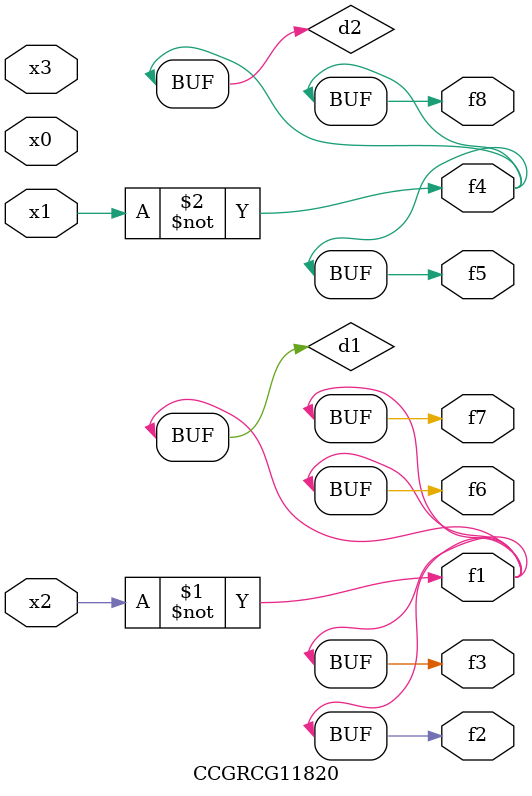
<source format=v>
module CCGRCG11820(
	input x0, x1, x2, x3,
	output f1, f2, f3, f4, f5, f6, f7, f8
);

	wire d1, d2;

	xnor (d1, x2);
	not (d2, x1);
	assign f1 = d1;
	assign f2 = d1;
	assign f3 = d1;
	assign f4 = d2;
	assign f5 = d2;
	assign f6 = d1;
	assign f7 = d1;
	assign f8 = d2;
endmodule

</source>
